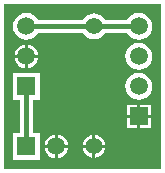
<source format=gbr>
G04 Layer_Physical_Order=1*
G04 Layer_Color=255*
%FSLAX26Y26*%
%MOIN*%
%TF.FileFunction,Copper,L1,Top,Signal*%
%TF.Part,Single*%
G01*
G75*
%TA.AperFunction,Conductor*%
%ADD10C,0.015000*%
%TA.AperFunction,ComponentPad*%
%ADD11C,0.055118*%
%ADD12C,0.059055*%
%ADD13R,0.059055X0.059055*%
%ADD14R,0.059055X0.059055*%
G36*
X3450000Y1750000D02*
X2925000D01*
Y2300000D01*
X3450000D01*
Y1750000D01*
D02*
G37*
%LPC*%
G36*
X3095000Y1864210D02*
X3089681Y1863510D01*
X3080066Y1859527D01*
X3071809Y1853191D01*
X3065473Y1844934D01*
X3061490Y1835319D01*
X3060790Y1830000D01*
X3095000D01*
Y1864210D01*
D02*
G37*
G36*
X3220000Y1862225D02*
X3215195Y1861592D01*
X3206058Y1857808D01*
X3198213Y1851787D01*
X3192192Y1843942D01*
X3188408Y1834805D01*
X3187775Y1830000D01*
X3220000D01*
Y1862225D01*
D02*
G37*
G36*
X3230000D02*
Y1830000D01*
X3262225D01*
X3261592Y1834805D01*
X3257808Y1843942D01*
X3251787Y1851787D01*
X3243942Y1857808D01*
X3234805Y1861592D01*
X3230000Y1862225D01*
D02*
G37*
G36*
X3105000Y1864210D02*
Y1830000D01*
X3139210D01*
X3138510Y1835319D01*
X3134527Y1844934D01*
X3128191Y1853191D01*
X3119934Y1859527D01*
X3110319Y1863510D01*
X3105000Y1864210D01*
D02*
G37*
G36*
X3262225Y1820000D02*
X3230000D01*
Y1787775D01*
X3234805Y1788408D01*
X3243942Y1792192D01*
X3251787Y1798213D01*
X3257808Y1806058D01*
X3261592Y1815195D01*
X3262225Y1820000D01*
D02*
G37*
G36*
X3095000D02*
X3060790D01*
X3061490Y1814681D01*
X3065473Y1805066D01*
X3071809Y1796809D01*
X3080066Y1790473D01*
X3089681Y1786490D01*
X3095000Y1785790D01*
Y1820000D01*
D02*
G37*
G36*
X3044528Y2069528D02*
X2955472D01*
Y1980473D01*
X2979098D01*
Y1869527D01*
X2955472D01*
Y1780473D01*
X3044528D01*
Y1869527D01*
X3020902D01*
Y1980473D01*
X3044528D01*
Y2069528D01*
D02*
G37*
G36*
X3220000Y1820000D02*
X3187775D01*
X3188408Y1815195D01*
X3192192Y1806058D01*
X3198213Y1798213D01*
X3206058Y1792192D01*
X3215195Y1788408D01*
X3220000Y1787775D01*
Y1820000D01*
D02*
G37*
G36*
X3139210D02*
X3105000D01*
Y1785790D01*
X3110319Y1786490D01*
X3119934Y1790473D01*
X3128191Y1796809D01*
X3134527Y1805066D01*
X3138510Y1814681D01*
X3139210Y1820000D01*
D02*
G37*
G36*
X3370000Y1920000D02*
X3335472D01*
Y1885473D01*
X3370000D01*
Y1920000D01*
D02*
G37*
G36*
X3039210Y2120000D02*
X3005000D01*
Y2085790D01*
X3010319Y2086490D01*
X3019934Y2090473D01*
X3028191Y2096809D01*
X3034527Y2105066D01*
X3038510Y2114681D01*
X3039210Y2120000D01*
D02*
G37*
G36*
X2995000D02*
X2960790D01*
X2961490Y2114681D01*
X2965473Y2105066D01*
X2971809Y2096809D01*
X2980066Y2090473D01*
X2989681Y2086490D01*
X2995000Y2085790D01*
Y2120000D01*
D02*
G37*
G36*
Y2164210D02*
X2989681Y2163510D01*
X2980066Y2159527D01*
X2971809Y2153191D01*
X2965473Y2144934D01*
X2961490Y2135319D01*
X2960790Y2130000D01*
X2995000D01*
Y2164210D01*
D02*
G37*
G36*
X3375000Y2269912D02*
X3363376Y2268381D01*
X3352544Y2263895D01*
X3343243Y2256757D01*
X3336105Y2247456D01*
X3335461Y2245902D01*
X3262408D01*
X3262175Y2246463D01*
X3255353Y2255353D01*
X3246463Y2262175D01*
X3236110Y2266463D01*
X3225000Y2267926D01*
X3213890Y2266463D01*
X3203537Y2262175D01*
X3194647Y2255353D01*
X3187825Y2246463D01*
X3187592Y2245902D01*
X3039539D01*
X3038895Y2247456D01*
X3031757Y2256757D01*
X3022456Y2263895D01*
X3011624Y2268381D01*
X3000000Y2269912D01*
X2988376Y2268381D01*
X2977544Y2263895D01*
X2968243Y2256757D01*
X2961105Y2247456D01*
X2956619Y2236624D01*
X2955088Y2225000D01*
X2956619Y2213376D01*
X2961105Y2202544D01*
X2968243Y2193243D01*
X2977544Y2186105D01*
X2988376Y2181619D01*
X3000000Y2180088D01*
X3011624Y2181619D01*
X3022456Y2186105D01*
X3031757Y2193243D01*
X3038895Y2202544D01*
X3039539Y2204098D01*
X3187592D01*
X3187825Y2203537D01*
X3194647Y2194647D01*
X3203537Y2187825D01*
X3213890Y2183537D01*
X3225000Y2182074D01*
X3236110Y2183537D01*
X3246463Y2187825D01*
X3255353Y2194647D01*
X3262175Y2203537D01*
X3262408Y2204098D01*
X3335461D01*
X3336105Y2202544D01*
X3343243Y2193243D01*
X3352544Y2186105D01*
X3363376Y2181619D01*
X3375000Y2180088D01*
X3386624Y2181619D01*
X3397456Y2186105D01*
X3406757Y2193243D01*
X3413895Y2202544D01*
X3418381Y2213376D01*
X3419912Y2225000D01*
X3418381Y2236624D01*
X3413895Y2247456D01*
X3406757Y2256757D01*
X3397456Y2263895D01*
X3386624Y2268381D01*
X3375000Y2269912D01*
D02*
G37*
G36*
X3005000Y2164210D02*
Y2130000D01*
X3039210D01*
X3038510Y2135319D01*
X3034527Y2144934D01*
X3028191Y2153191D01*
X3019934Y2159527D01*
X3010319Y2163510D01*
X3005000Y2164210D01*
D02*
G37*
G36*
X3370000Y1964527D02*
X3335472D01*
Y1930000D01*
X3370000D01*
Y1964527D01*
D02*
G37*
G36*
X3414528Y1920000D02*
X3380000D01*
Y1885473D01*
X3414528D01*
Y1920000D01*
D02*
G37*
G36*
Y1964527D02*
X3380000D01*
Y1930000D01*
X3414528D01*
Y1964527D01*
D02*
G37*
G36*
X3375000Y2169912D02*
X3363376Y2168381D01*
X3352544Y2163895D01*
X3343243Y2156757D01*
X3336105Y2147456D01*
X3331619Y2136624D01*
X3330088Y2125000D01*
X3331619Y2113376D01*
X3336105Y2102544D01*
X3343243Y2093243D01*
X3352544Y2086105D01*
X3363376Y2081619D01*
X3375000Y2080088D01*
X3386624Y2081619D01*
X3397456Y2086105D01*
X3406757Y2093243D01*
X3413895Y2102544D01*
X3418381Y2113376D01*
X3419912Y2125000D01*
X3418381Y2136624D01*
X3413895Y2147456D01*
X3406757Y2156757D01*
X3397456Y2163895D01*
X3386624Y2168381D01*
X3375000Y2169912D01*
D02*
G37*
G36*
Y2069912D02*
X3363376Y2068381D01*
X3352544Y2063895D01*
X3343243Y2056757D01*
X3336105Y2047456D01*
X3331619Y2036624D01*
X3330088Y2025000D01*
X3331619Y2013376D01*
X3336105Y2002544D01*
X3343243Y1993243D01*
X3352544Y1986105D01*
X3363376Y1981619D01*
X3375000Y1980088D01*
X3386624Y1981619D01*
X3397456Y1986105D01*
X3406757Y1993243D01*
X3413895Y2002544D01*
X3418381Y2013376D01*
X3419912Y2025000D01*
X3418381Y2036624D01*
X3413895Y2047456D01*
X3406757Y2056757D01*
X3397456Y2063895D01*
X3386624Y2068381D01*
X3375000Y2069912D01*
D02*
G37*
%LPD*%
D10*
X3225000Y2225000D02*
X3375000D01*
X3000000D02*
X3225000D01*
X3000000Y1825000D02*
Y2025000D01*
D11*
X3225000Y1825000D02*
D03*
Y2225000D02*
D03*
D12*
X3000000D02*
D03*
Y2125000D02*
D03*
X3100000Y1825000D02*
D03*
X3375000Y2025000D02*
D03*
Y2125000D02*
D03*
Y2225000D02*
D03*
D13*
X3000000Y2025000D02*
D03*
X3375000Y1925000D02*
D03*
D14*
X3000000Y1825000D02*
D03*
%TF.MD5,fc86931219e12eea7a49fc846d18ac2a*%
M02*

</source>
